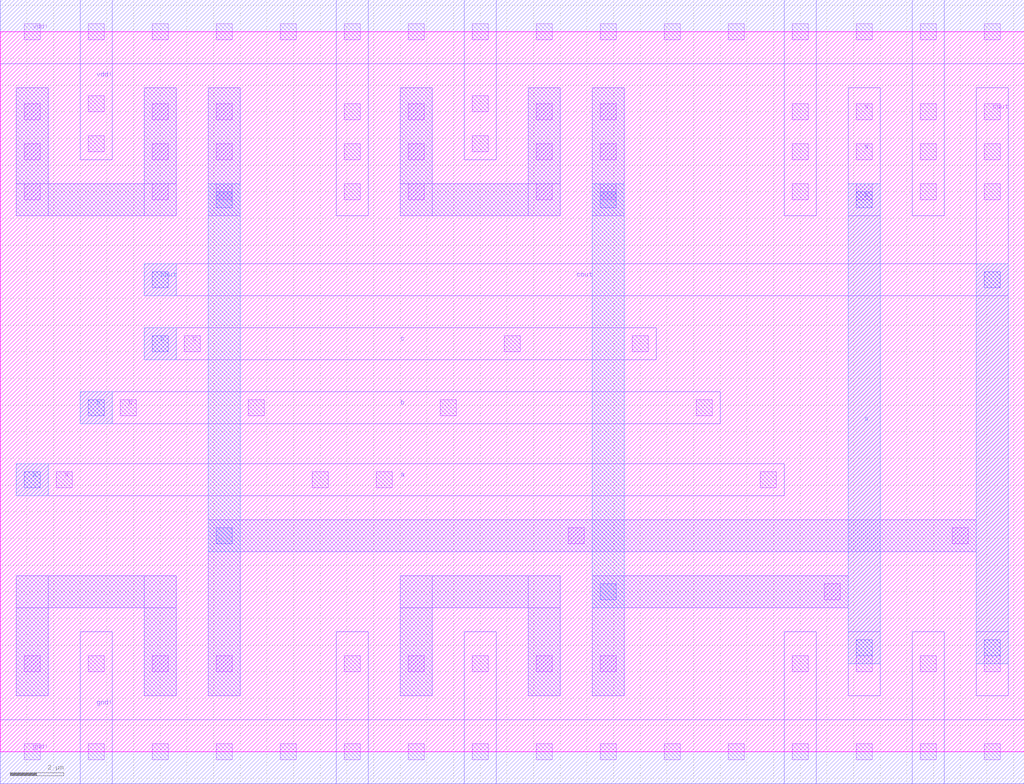
<source format=lef>
#******
# Preview export LEF
#
#	 Preview sub-version 5.10.41_USR5.90.69
#
# REF LIBS: muddlib10 
# TECH LIB NAME: UofU_TechLib_ami06
# TECH FILE NAME: techfile.cds
#
# William Koven
# 19 January 2010
# Contains Tech Header info and Muddlib files
# Abstracts have no errors or warnings (pins are on grid)
# Now includes a fill_1_wide cell
#******

VERSION 5.5 ;
NAMESCASESENSITIVE ON ;
BUSBITCHARS "[]" ;
DIVIDERCHAR "/" ;
UNITS
  DATABASE MICRONS 100 ;
END UNITS

MANUFACTURINGGRID 0.15 ;

LAYER poly
  TYPE	MASTERSLICE ;
END poly

LAYER cc
  TYPE	CUT ;
  SPACING	0.9 ;
END cc

LAYER metal1
  TYPE		ROUTING ;
  DIRECTION	HORIZONTAL ;
  PITCH		3  ;
  WIDTH		0.9 ;
  SPACING	0.9 ;
  OFFSET	1.5 ; 
  RESISTANCE	RPERSQ 0.09 ;
  CAPACITANCE	CPERSQDIST 4.0e-05 ;
  EDGECAPACITANCE 7.5e-05 ;
END metal1

LAYER via
  TYPE	CUT ;
  SPACING	0.9 ;
END via

LAYER metal2
  TYPE		ROUTING ;
  DIRECTION	VERTICAL ;
  PITCH		2.4  ;
  WIDTH		0.9 ;
  SPACING	0.9 ;
  OFFSET	1.2 ;
  RESISTANCE	RPERSQ 0.09 ;
  CAPACITANCE	CPERSQDIST 2.0e-05 ;
  EDGECAPACITANCE 6.0e-05 ;
END metal2

LAYER via2
  TYPE	CUT ;
  SPACING	0.9 ;
END via2

LAYER metal3
  TYPE		ROUTING ;
  DIRECTION	HORIZONTAL ;
  PITCH		3  ;
  WIDTH		1.5 ;
  SPACING	0.9 ;
  OFFSET	1.5 ;
  RESISTANCE	RPERSQ 0.05 ;
  CAPACITANCE	CPERSQDIST 1.5e-05 ;
  EDGECAPACITANCE 4.0e-05 ;
END metal3

SPACING
  SAMENET poly  poly	0.900 ;
  SAMENET metal1  metal1	0.900  STACK ;
  SAMENET metal2  metal2	0.900  STACK ;
  SAMENET metal3  metal3	0.900 ;
  SAMENET cc  via	0.000  STACK ;
  SAMENET via  via	0.900 ;
  SAMENET via  via2	0.000  STACK ;
  SAMENET via2  via2	0.900 ;
END SPACING

VIA M1_POLY DEFAULT
  LAYER poly ;
    RECT -0.600 -0.600 0.600 0.600 ;
  LAYER cc ;
    RECT -0.300 -0.300 0.300 0.300 ;
  LAYER metal1 ;
    RECT -0.600 -0.600 0.600 0.600 ;
  RESISTANCE	17.0 ;
END M1_POLY

VIA M2_M1 DEFAULT
  LAYER metal1 ;
    RECT -0.600 -0.600 0.600 0.600 ;
  LAYER via ;
    RECT -0.300 -0.300 0.300 0.300 ;
  LAYER metal2 ;
    RECT -0.600 -0.600 0.600 0.600 ;
  RESISTANCE	0.90 ;
END M2_M1

VIA M3_M2 DEFAULT
  LAYER metal2 ;
    RECT -0.600 -0.600 0.600 0.600 ;
  LAYER via2 ;
    RECT -0.300 -0.300 0.300 0.300 ;
  LAYER metal3 ;
    RECT -0.900 -0.900 0.900 0.900 ;
  RESISTANCE	0.80 ;
END M3_M2


VIARULE viagen21 GENERATE
  LAYER metal1 ;
    DIRECTION HORIZONTAL ;
    WIDTH 1.2 TO 120 ;
    OVERHANG 0.3 ;
    METALOVERHANG 0 ;
  LAYER metal2 ;
    DIRECTION VERTICAL ;
    WIDTH 1.2 TO 120 ;
    OVERHANG 0.3 ;
    METALOVERHANG 0 ;
  LAYER via ;
    RECT -0.3 -0.3 0.3 0.3 ;
    SPACING 1.5 BY 1.5 ;
END viagen21

VIARULE viagen32 GENERATE
  LAYER metal3 ;
    DIRECTION HORIZONTAL ;
    WIDTH 1.8 TO 180 ;
    OVERHANG 0.6 ;
    METALOVERHANG 0 ;
  LAYER metal2 ;
    DIRECTION VERTICAL ;
    WIDTH 1.2 TO 120 ;
    OVERHANG 0.3 ;
    METALOVERHANG 0 ;
  LAYER via2 ;
    RECT -0.3 -0.3 0.3 0.3 ;
    SPACING 2.1 BY 2.1 ;
END viagen32

VIARULE TURN1 GENERATE
  LAYER metal1 ;
    DIRECTION HORIZONTAL ;
  LAYER metal1 ;
    DIRECTION VERTICAL ;
END TURN1

VIARULE TURN2 GENERATE
  LAYER metal2 ;
    DIRECTION HORIZONTAL ;
  LAYER metal2 ;
    DIRECTION VERTICAL ;
END TURN2

VIARULE TURN3 GENERATE
  LAYER metal3 ;
    DIRECTION HORIZONTAL ;
  LAYER metal3 ;
    DIRECTION VERTICAL ;
END TURN3

SITE  corner
    CLASS	PAD ;
    SYMMETRY	R90 Y ;
    SIZE	300.000 BY 300.000 ;
END  corner

SITE  IO
    CLASS	PAD ;
    SYMMETRY	Y ;
    SIZE	90.000 BY 300.000 ;
END  IO

SITE  dbl_core
    CLASS	CORE ;
    SYMMETRY	Y ;
    SIZE	2.400 BY 54.000 ;
END  dbl_core

SITE  core
    CLASS	CORE ;
    SYMMETRY	Y ;
    SIZE	2.400 BY 27.000 ;
END  core


MACRO or2_1x
    CLASS CORE ;
    FOREIGN or2_1x 0 0 ;
    ORIGIN 0.00 0.00 ;
    SIZE 9.60 BY 27.00 ;
    SYMMETRY X Y ;
    SITE core ;
    PIN a
        DIRECTION INPUT ;
        PORT
        LAYER cc ;
        RECT  5.40 14.40 6.00 15.00 ;
        LAYER via ;
        RECT  5.70 14.40 6.30 15.00 ;
        LAYER metal2 ;
        RECT  5.40 14.10 6.60 15.30 ;
        LAYER metal1 ;
        RECT  5.10 14.10 6.60 15.30 ;
        END
    END a
    PIN b
        DIRECTION INPUT ;
        PORT
        LAYER cc ;
        RECT  8.10 6.90 8.70 7.50 ;
        LAYER via ;
        RECT  8.10 6.90 8.70 7.50 ;
        LAYER metal2 ;
        RECT  7.80 6.60 9.00 7.80 ;
        LAYER metal1 ;
        RECT  7.80 6.60 9.00 7.80 ;
        END
    END b
    PIN y
        DIRECTION OUTPUT ;
        PORT
        LAYER cc ;
        RECT  0.90 2.70 1.50 3.30 ;
        RECT  0.90 22.20 1.50 22.80 ;
        RECT  0.90 24.00 1.50 24.60 ;
        LAYER via ;
        RECT  0.90 11.70 1.50 12.30 ;
        LAYER metal2 ;
        RECT  0.60 11.40 1.80 12.60 ;
        LAYER metal1 ;
        RECT  0.60 2.10 1.80 24.90 ;
        END
    END y
    PIN gnd!
        DIRECTION INOUT ;
        USE GROUND ;
        SHAPE ABUTMENT ;
        PORT
        LAYER cc ;
        RECT  8.10 -0.30 8.70 0.30 ;
        RECT  8.10 2.70 8.70 3.30 ;
        RECT  5.70 -0.30 6.30 0.30 ;
        RECT  3.30 -0.30 3.90 0.30 ;
        RECT  3.30 2.70 3.90 3.30 ;
        RECT  0.90 -0.30 1.50 0.30 ;
        LAYER metal1 ;
        RECT  0.00 -1.20 9.60 1.20 ;
        RECT  7.80 -1.20 9.00 3.90 ;
        RECT  3.00 -1.20 4.20 4.20 ;
        END
    END gnd!
    PIN vdd!
        DIRECTION INOUT ;
        USE POWER ;
        SHAPE ABUTMENT ;
        PORT
        LAYER cc ;
        RECT  8.10 26.70 8.70 27.30 ;
        RECT  5.70 26.70 6.30 27.30 ;
        RECT  3.30 22.20 3.90 22.80 ;
        RECT  3.30 24.00 3.90 24.60 ;
        RECT  3.30 26.70 3.90 27.30 ;
        RECT  0.90 26.70 1.50 27.30 ;
        LAYER metal1 ;
        RECT  0.00 25.80 9.60 28.20 ;
        RECT  3.00 21.90 4.20 28.20 ;
        END
    END vdd!
    OBS
        LAYER cc ;
        RECT  4.20 11.70 4.80 12.30 ;
        RECT  5.70 2.70 6.30 3.30 ;
        RECT  7.20 24.00 7.80 24.60 ;
        RECT  7.20 22.20 7.80 22.80 ;
        LAYER metal1 ;
        RECT  5.40 2.10 6.60 12.60 ;
        RECT  3.90 11.40 9.00 12.60 ;
        RECT  7.80 11.40 9.00 17.40 ;
        RECT  6.90 16.50 8.10 24.90 ;
    END
END or2_1x

MACRO nor3_1x
    CLASS CORE ;
    FOREIGN nor3_1x 0 0 ;
    ORIGIN 0.00 0.00 ;
    SIZE 9.60 BY 27.00 ;
    SYMMETRY X Y ;
    SITE core ;
    PIN a
        DIRECTION INPUT ;
        PORT
        LAYER cc ;
        RECT  1.20 11.70 1.80 12.30 ;
        LAYER via ;
        RECT  1.20 11.70 1.80 12.30 ;
        LAYER metal2 ;
        RECT  0.90 11.40 2.10 12.60 ;
        LAYER metal1 ;
        RECT  0.90 11.40 2.10 12.60 ;
        END
    END a
    PIN b
        DIRECTION INPUT ;
        PORT
        LAYER cc ;
        RECT  3.30 8.70 3.90 9.30 ;
        LAYER via ;
        RECT  3.30 8.70 3.90 9.30 ;
        LAYER metal2 ;
        RECT  3.00 8.40 4.20 9.60 ;
        LAYER metal1 ;
        RECT  3.00 8.40 4.20 9.60 ;
        END
    END b
    PIN c
        DIRECTION INPUT ;
        PORT
        LAYER cc ;
        RECT  5.70 14.70 6.30 15.30 ;
        LAYER via ;
        RECT  5.70 14.70 6.30 15.30 ;
        LAYER metal2 ;
        RECT  5.40 14.40 6.60 15.60 ;
        LAYER metal1 ;
        RECT  5.40 14.40 6.60 15.60 ;
        END
    END c
    PIN y
        DIRECTION OUTPUT ;
        PORT
        LAYER cc ;
        RECT  8.10 2.40 8.70 3.00 ;
        RECT  8.10 3.90 8.70 4.50 ;
        RECT  6.30 19.20 6.90 19.80 ;
        RECT  6.30 20.70 6.90 21.30 ;
        RECT  6.30 22.20 6.90 22.80 ;
        RECT  6.30 23.70 6.90 24.30 ;
        RECT  3.30 2.40 3.90 3.00 ;
        RECT  3.30 3.90 3.90 4.50 ;
        LAYER via ;
        RECT  8.10 5.70 8.70 6.30 ;
        LAYER metal2 ;
        RECT  7.80 5.40 9.00 6.60 ;
        LAYER metal1 ;
        RECT  6.00 18.60 9.00 19.80 ;
        RECT  7.80 2.10 9.00 19.80 ;
        RECT  3.00 5.70 9.00 6.90 ;
        RECT  6.00 18.60 7.20 24.90 ;
        RECT  3.00 2.10 4.20 6.90 ;
        END
    END y
    PIN gnd!
        DIRECTION INOUT ;
        USE GROUND ;
        SHAPE ABUTMENT ;
        PORT
        LAYER cc ;
        RECT  8.10 -0.30 8.70 0.30 ;
        RECT  5.70 -0.30 6.30 0.30 ;
        RECT  5.70 2.40 6.30 3.00 ;
        RECT  5.70 3.90 6.30 4.50 ;
        RECT  3.30 -0.30 3.90 0.30 ;
        RECT  0.90 -0.30 1.50 0.30 ;
        RECT  0.90 2.40 1.50 3.00 ;
        RECT  0.90 3.90 1.50 4.50 ;
        LAYER metal1 ;
        RECT  0.00 -1.20 9.60 1.20 ;
        RECT  5.40 -1.20 6.60 4.80 ;
        RECT  0.60 -1.20 1.80 4.80 ;
        END
    END gnd!
    PIN vdd!
        DIRECTION INOUT ;
        USE POWER ;
        SHAPE ABUTMENT ;
        PORT
        LAYER cc ;
        RECT  8.10 26.70 8.70 27.30 ;
        RECT  5.70 26.70 6.30 27.30 ;
        RECT  3.30 26.70 3.90 27.30 ;
        RECT  0.90 19.20 1.50 19.80 ;
        RECT  0.90 20.70 1.50 21.30 ;
        RECT  0.90 22.20 1.50 22.80 ;
        RECT  0.90 23.70 1.50 24.30 ;
        RECT  0.90 26.70 1.50 27.30 ;
        LAYER metal1 ;
        RECT  0.00 25.80 9.60 28.20 ;
        RECT  0.60 18.60 1.80 28.20 ;
        END
    END vdd!
END nor3_1x

MACRO nor2_1x
    CLASS CORE ;
    FOREIGN nor2_1x 0 0 ;
    ORIGIN 0.00 0.00 ;
    SIZE 7.20 BY 27.00 ;
    SYMMETRY X Y ;
    SITE core ;
    PIN b
        DIRECTION INPUT ;
        PORT
        LAYER cc ;
        RECT  5.70 8.70 6.30 9.30 ;
        LAYER via ;
        RECT  5.70 8.70 6.30 9.30 ;
        LAYER metal2 ;
        RECT  5.40 8.40 6.60 9.60 ;
        LAYER metal1 ;
        RECT  5.40 8.40 6.60 9.60 ;
        END
    END b
    PIN y
        DIRECTION OUTPUT ;
        PORT
        LAYER cc ;
        RECT  4.80 20.70 5.40 21.30 ;
        RECT  4.80 22.20 5.40 22.80 ;
        RECT  4.80 23.70 5.40 24.30 ;
        RECT  3.30 3.00 3.90 3.60 ;
        LAYER via ;
        RECT  3.30 11.70 3.90 12.30 ;
        LAYER metal2 ;
        RECT  3.00 11.40 4.20 12.60 ;
        LAYER metal1 ;
        RECT  4.50 11.40 5.70 24.90 ;
        RECT  3.00 11.40 5.70 12.60 ;
        RECT  3.00 2.10 4.20 12.60 ;
        END
    END y
    PIN a
        DIRECTION INPUT ;
        PORT
        LAYER cc ;
        RECT  0.90 14.70 1.50 15.30 ;
        LAYER via ;
        RECT  0.90 14.70 1.50 15.30 ;
        LAYER metal2 ;
        RECT  0.60 14.40 1.80 15.60 ;
        LAYER metal1 ;
        RECT  0.60 14.40 1.80 15.60 ;
        END
    END a
    PIN gnd!
        DIRECTION INOUT ;
        USE GROUND ;
        SHAPE ABUTMENT ;
        PORT
        LAYER cc ;
        RECT  5.70 -0.30 6.30 0.30 ;
        RECT  5.70 3.00 6.30 3.60 ;
        RECT  3.30 -0.30 3.90 0.30 ;
        RECT  0.90 -0.30 1.50 0.30 ;
        RECT  0.90 3.00 1.50 3.60 ;
        LAYER metal1 ;
        RECT  0.00 -1.20 7.20 1.20 ;
        RECT  5.40 -1.20 6.60 4.50 ;
        RECT  0.60 -1.20 1.80 4.50 ;
        END
    END gnd!
    PIN vdd!
        DIRECTION INOUT ;
        USE POWER ;
        SHAPE ABUTMENT ;
        PORT
        LAYER cc ;
        RECT  5.70 26.70 6.30 27.30 ;
        RECT  3.30 26.70 3.90 27.30 ;
        RECT  0.90 20.70 1.50 21.30 ;
        RECT  0.90 22.20 1.50 22.80 ;
        RECT  0.90 23.70 1.50 24.30 ;
        RECT  0.90 26.70 1.50 27.30 ;
        LAYER metal1 ;
        RECT  0.00 25.80 7.20 28.20 ;
        RECT  0.60 20.10 1.80 28.20 ;
        END
    END vdd!
END nor2_1x

MACRO nand3_1x
    CLASS CORE ;
    FOREIGN nand3_1x 0 0 ;
    ORIGIN 0.00 0.00 ;
    SIZE 9.60 BY 27.00 ;
    SYMMETRY X Y ;
    SITE core ;
    PIN a
        DIRECTION INPUT ;
        PORT
        LAYER cc ;
        RECT  0.90 14.70 1.50 15.30 ;
        LAYER via ;
        RECT  0.90 14.70 1.50 15.30 ;
        LAYER metal2 ;
        RECT  0.60 14.40 1.80 15.60 ;
        LAYER metal1 ;
        RECT  0.60 14.40 1.80 15.60 ;
        END
    END a
    PIN b
        DIRECTION INPUT ;
        PORT
        LAYER cc ;
        RECT  3.30 14.70 3.90 15.30 ;
        LAYER via ;
        RECT  3.30 14.70 3.90 15.30 ;
        LAYER metal2 ;
        RECT  3.00 14.40 4.20 15.60 ;
        LAYER metal1 ;
        RECT  3.00 14.40 4.20 15.60 ;
        END
    END b
    PIN c
        DIRECTION INPUT ;
        PORT
        LAYER cc ;
        RECT  5.70 14.70 6.30 15.30 ;
        LAYER via ;
        RECT  5.70 14.70 6.30 15.30 ;
        LAYER metal2 ;
        RECT  5.40 14.40 6.60 15.60 ;
        LAYER metal1 ;
        RECT  5.40 14.40 6.60 15.60 ;
        END
    END c
    PIN y
        DIRECTION OUTPUT ;
        PORT
        LAYER cc ;
        RECT  8.10 21.90 8.70 22.50 ;
        RECT  8.10 23.40 8.70 24.00 ;
        RECT  6.30 2.70 6.90 3.30 ;
        RECT  6.30 4.20 6.90 4.80 ;
        RECT  6.30 5.70 6.90 6.30 ;
        RECT  3.30 21.90 3.90 22.50 ;
        RECT  3.30 23.40 3.90 24.00 ;
        LAYER via ;
        RECT  8.10 14.70 8.70 15.30 ;
        LAYER metal2 ;
        RECT  7.80 14.40 9.00 15.60 ;
        LAYER metal1 ;
        RECT  7.80 5.70 9.00 24.90 ;
        RECT  3.00 19.20 9.00 20.10 ;
        RECT  6.00 5.70 9.00 6.90 ;
        RECT  6.00 2.10 7.20 6.90 ;
        RECT  3.00 19.20 4.20 24.90 ;
        END
    END y
    PIN gnd!
        DIRECTION INOUT ;
        USE GROUND ;
        SHAPE ABUTMENT ;
        PORT
        LAYER cc ;
        RECT  8.10 -0.30 8.70 0.30 ;
        RECT  5.70 -0.30 6.30 0.30 ;
        RECT  3.30 -0.30 3.90 0.30 ;
        RECT  0.90 -0.30 1.50 0.30 ;
        RECT  0.90 2.70 1.50 3.30 ;
        RECT  0.90 4.20 1.50 4.80 ;
        RECT  0.90 5.70 1.50 6.30 ;
        LAYER metal1 ;
        RECT  0.00 -1.20 9.60 1.20 ;
        RECT  0.60 -1.20 1.80 6.90 ;
        END
    END gnd!
    PIN vdd!
        DIRECTION INOUT ;
        USE POWER ;
        SHAPE ABUTMENT ;
        PORT
        LAYER cc ;
        RECT  8.10 26.70 8.70 27.30 ;
        RECT  5.70 21.90 6.30 22.50 ;
        RECT  5.70 23.40 6.30 24.00 ;
        RECT  5.70 26.70 6.30 27.30 ;
        RECT  3.30 26.70 3.90 27.30 ;
        RECT  0.90 21.90 1.50 22.50 ;
        RECT  0.90 23.40 1.50 24.00 ;
        RECT  0.90 26.70 1.50 27.30 ;
        LAYER metal1 ;
        RECT  0.00 25.80 9.60 28.20 ;
        RECT  5.40 21.00 6.60 28.20 ;
        RECT  0.60 21.00 1.80 28.20 ;
        END
    END vdd!
END nand3_1x

MACRO nand2_1x
    CLASS CORE ;
    FOREIGN nand2_1x 0 0 ;
    ORIGIN 0.00 0.00 ;
    SIZE 7.20 BY 27.00 ;
    SYMMETRY X Y ;
    SITE core ;
    PIN b
        DIRECTION INPUT ;
        PORT
        LAYER cc ;
        RECT  5.70 14.70 6.30 15.30 ;
        LAYER via ;
        RECT  5.70 14.70 6.30 15.30 ;
        LAYER metal2 ;
        RECT  5.40 14.40 6.60 15.60 ;
        LAYER metal1 ;
        RECT  5.40 14.40 6.60 15.60 ;
        END
    END b
    PIN y
        DIRECTION OUTPUT ;
        PORT
        LAYER cc ;
        RECT  4.80 2.70 5.40 3.30 ;
        RECT  4.80 4.80 5.40 5.40 ;
        RECT  3.30 21.90 3.90 22.50 ;
        RECT  3.30 23.70 3.90 24.30 ;
        LAYER via ;
        RECT  3.30 11.70 3.90 12.30 ;
        LAYER metal2 ;
        RECT  3.00 11.40 4.20 12.60 ;
        LAYER metal1 ;
        RECT  3.00 11.40 5.70 12.60 ;
        RECT  4.50 2.10 5.70 12.60 ;
        RECT  3.00 11.40 4.20 24.90 ;
        END
    END y
    PIN a
        DIRECTION INPUT ;
        PORT
        LAYER cc ;
        RECT  0.90 8.70 1.50 9.30 ;
        LAYER via ;
        RECT  0.90 8.70 1.50 9.30 ;
        LAYER metal2 ;
        RECT  0.60 8.40 1.80 9.60 ;
        LAYER metal1 ;
        RECT  0.60 8.40 1.80 9.60 ;
        END
    END a
    PIN gnd!
        DIRECTION INOUT ;
        USE GROUND ;
        SHAPE ABUTMENT ;
        PORT
        LAYER cc ;
        RECT  5.70 -0.30 6.30 0.30 ;
        RECT  3.30 -0.30 3.90 0.30 ;
        RECT  0.90 -0.30 1.50 0.30 ;
        RECT  0.90 2.70 1.50 3.30 ;
        RECT  0.90 4.80 1.50 5.40 ;
        LAYER metal1 ;
        RECT  0.00 -1.20 7.20 1.20 ;
        RECT  0.60 -1.20 1.80 5.70 ;
        END
    END gnd!
    PIN vdd!
        DIRECTION INOUT ;
        USE POWER ;
        SHAPE ABUTMENT ;
        PORT
        LAYER cc ;
        RECT  5.70 21.90 6.30 22.50 ;
        RECT  5.70 23.70 6.30 24.30 ;
        RECT  5.70 26.70 6.30 27.30 ;
        RECT  3.30 26.70 3.90 27.30 ;
        RECT  0.90 21.90 1.50 22.50 ;
        RECT  0.90 23.70 1.50 24.30 ;
        RECT  0.90 26.70 1.50 27.30 ;
        LAYER metal1 ;
        RECT  0.00 25.80 7.20 28.20 ;
        RECT  5.40 21.30 6.60 28.20 ;
        RECT  0.60 21.30 1.80 28.20 ;
        END
    END vdd!
END nand2_1x

MACRO mux2_c_1x
    CLASS CORE ;
    FOREIGN mux2_c_1x 8.4 0 ;
    ORIGIN -8.40 0.00 ;
    SIZE 16.80 BY 27.00 ;
    SYMMETRY X Y ;
    SITE core ;
    PIN y
        DIRECTION OUTPUT ;
        PORT
        LAYER cc ;
        RECT  23.40 2.70 24.00 3.30 ;
        RECT  23.40 22.20 24.00 22.80 ;
        RECT  23.40 24.00 24.00 24.60 ;
        LAYER via ;
        RECT  23.70 11.70 24.30 12.30 ;
        LAYER metal2 ;
        RECT  23.40 11.40 24.60 12.60 ;
        LAYER metal1 ;
        RECT  23.40 8.10 24.60 15.00 ;
        RECT  23.10 13.80 24.30 24.90 ;
        RECT  23.10 2.10 24.30 9.30 ;
        END
    END y
    PIN d1
        DIRECTION INPUT ;
        PORT
        LAYER cc ;
        RECT  11.70 14.10 12.30 14.70 ;
        LAYER via ;
        RECT  11.70 14.10 12.30 14.70 ;
        LAYER metal2 ;
        RECT  11.40 13.80 12.60 15.00 ;
        LAYER metal1 ;
        RECT  11.40 13.80 12.60 15.00 ;
        END
    END d1
    PIN s
        DIRECTION INPUT ;
        PORT
        LAYER cc ;
        RECT  17.10 15.00 17.70 15.60 ;
        RECT  9.60 16.50 10.20 17.10 ;
        LAYER via ;
        RECT  18.90 16.50 19.50 17.10 ;
        LAYER metal2 ;
        RECT  18.60 16.20 19.80 17.40 ;
        LAYER metal1 ;
        RECT  9.30 16.20 19.80 17.40 ;
        RECT  16.80 14.70 18.00 17.40 ;
        END
    END s
    PIN d0
        DIRECTION INPUT ;
        PORT
        LAYER cc ;
        RECT  19.50 13.50 20.10 14.10 ;
        LAYER via ;
        RECT  21.30 13.50 21.90 14.10 ;
        LAYER metal2 ;
        RECT  21.00 13.20 22.20 14.40 ;
        LAYER metal1 ;
        RECT  19.20 13.20 22.20 14.40 ;
        END
    END d0
    PIN gnd!
        DIRECTION OUTPUT ;
        USE GROUND ;
        SHAPE ABUTMENT ;
        PORT
        LAYER cc ;
        RECT  23.70 -0.30 24.30 0.30 ;
        RECT  21.30 -0.30 21.90 0.30 ;
        RECT  21.00 2.70 21.60 3.30 ;
        RECT  18.90 -0.30 19.50 0.30 ;
        RECT  16.50 -0.30 17.10 0.30 ;
        RECT  14.10 -0.30 14.70 0.30 ;
        RECT  13.20 2.70 13.80 3.30 ;
        RECT  11.70 -0.30 12.30 0.30 ;
        RECT  9.30 -0.30 9.90 0.30 ;
        LAYER metal1 ;
        RECT  8.40 -1.20 25.20 1.20 ;
        RECT  20.70 -1.20 21.90 4.20 ;
        RECT  12.90 -1.20 14.10 3.90 ;
        END
    END gnd!
    PIN vdd!
        DIRECTION OUTPUT ;
        USE POWER ;
        SHAPE ABUTMENT ;
        PORT
        LAYER cc ;
        RECT  23.70 26.70 24.30 27.30 ;
        RECT  21.30 26.70 21.90 27.30 ;
        RECT  21.00 22.20 21.60 22.80 ;
        RECT  21.00 24.00 21.60 24.60 ;
        RECT  18.90 26.70 19.50 27.30 ;
        RECT  16.50 26.70 17.10 27.30 ;
        RECT  14.10 26.70 14.70 27.30 ;
        RECT  13.20 22.50 13.80 23.10 ;
        RECT  13.20 24.00 13.80 24.60 ;
        RECT  11.70 26.70 12.30 27.30 ;
        RECT  9.30 26.70 9.90 27.30 ;
        LAYER metal1 ;
        RECT  8.40 25.80 25.20 28.20 ;
        RECT  20.70 21.90 21.90 28.20 ;
        RECT  12.90 22.20 14.10 28.20 ;
        END
    END vdd!
    OBS
        LAYER cc ;
        RECT  10.80 24.00 11.40 24.60 ;
        RECT  10.80 22.50 11.40 23.10 ;
        RECT  10.80 2.70 11.40 3.30 ;
        RECT  14.10 14.10 14.70 14.70 ;
        RECT  17.10 24.00 17.70 24.60 ;
        RECT  17.10 22.50 17.70 23.10 ;
        RECT  17.10 2.70 17.70 3.30 ;
        RECT  18.00 6.90 18.60 7.50 ;
        RECT  21.60 10.80 22.20 11.40 ;
        LAYER metal1 ;
        RECT  9.00 22.20 11.70 23.40 ;
        RECT  10.50 22.20 11.70 24.90 ;
        RECT  9.00 2.40 11.70 3.60 ;
        RECT  10.50 2.10 11.70 3.90 ;
        RECT  16.20 19.50 18.00 20.70 ;
        RECT  16.80 19.50 18.00 24.90 ;
        RECT  16.80 2.10 18.00 5.70 ;
        RECT  16.20 4.50 18.00 5.70 ;
        RECT  13.80 6.60 18.90 7.80 ;
        RECT  9.00 9.30 15.00 10.50 ;
        RECT  13.80 6.60 15.00 15.00 ;
        RECT  16.20 9.30 21.90 10.50 ;
        RECT  20.70 10.50 22.50 11.70 ;
        LAYER via ;
        RECT  9.30 22.50 9.90 23.10 ;
        RECT  9.30 9.60 9.90 10.20 ;
        RECT  9.30 2.70 9.90 3.30 ;
        RECT  16.50 19.80 17.10 20.40 ;
        RECT  16.50 9.60 17.10 10.20 ;
        RECT  16.50 4.80 17.10 5.40 ;
        LAYER metal2 ;
        RECT  9.00 2.40 10.20 23.40 ;
        RECT  16.20 4.50 17.40 20.70 ;
    END
END mux2_c_1x

MACRO latch_c_1x
    CLASS CORE ;
    FOREIGN latch_c_1x -3 0 ;
    ORIGIN 3.00 0.00 ;
    SIZE 26.40 BY 27.00 ;
    SYMMETRY X Y ;
    SITE core ;
    PIN d
        DIRECTION INPUT ;
        PORT
        LAYER cc ;
        RECT  1.20 11.70 1.80 12.30 ;
        LAYER via ;
        RECT  0.30 11.70 0.90 12.30 ;
        LAYER metal2 ;
        RECT  0.00 11.40 1.20 12.60 ;
        LAYER metal1 ;
        RECT  0.00 11.40 2.10 12.60 ;
        END
    END d
    PIN ph
        DIRECTION INPUT ;
        USE CLOCK ;
        PORT
        LAYER cc ;
        RECT  18.60 14.70 19.20 15.30 ;
        LAYER via ;
        RECT  19.50 14.70 20.10 15.30 ;
        LAYER metal2 ;
        RECT  19.20 14.40 20.40 15.60 ;
        LAYER metal1 ;
        RECT  18.30 14.40 20.40 15.60 ;
        END
    END ph
    PIN q
        DIRECTION OUTPUT ;
        PORT
        LAYER cc ;
        RECT  -2.10 3.00 -1.50 3.60 ;
        RECT  -2.10 22.20 -1.50 22.80 ;
        RECT  -2.10 24.00 -1.50 24.60 ;
        LAYER via ;
        RECT  -2.10 3.00 -1.50 3.60 ;
        RECT  -2.10 22.20 -1.50 22.80 ;
        RECT  -2.10 24.00 -1.50 24.60 ;
        LAYER metal2 ;
        RECT  -2.40 2.10 -1.20 24.90 ;
        LAYER metal1 ;
        RECT  -2.40 2.10 -1.20 4.20 ;
        RECT  -2.40 21.90 -1.20 24.90 ;
        END
    END q
    PIN vdd!
        DIRECTION OUTPUT ;
        USE POWER ;
        SHAPE ABUTMENT ;
        PORT
        LAYER cc ;
        RECT  21.90 26.70 22.50 27.30 ;
        RECT  19.50 22.20 20.10 22.80 ;
        RECT  19.50 24.00 20.10 24.60 ;
        RECT  19.50 26.70 20.10 27.30 ;
        RECT  17.10 26.70 17.70 27.30 ;
        RECT  14.70 26.70 15.30 27.30 ;
        RECT  12.30 26.70 12.90 27.30 ;
        RECT  10.50 22.50 11.10 23.10 ;
        RECT  10.50 24.00 11.10 24.60 ;
        RECT  9.90 26.70 10.50 27.30 ;
        RECT  7.50 26.70 8.10 27.30 ;
        RECT  5.10 26.70 5.70 27.30 ;
        RECT  2.70 26.70 3.30 27.30 ;
        RECT  0.30 22.20 0.90 22.80 ;
        RECT  0.30 24.00 0.90 24.60 ;
        RECT  0.30 26.70 0.90 27.30 ;
        RECT  -2.10 26.70 -1.50 27.30 ;
        LAYER metal1 ;
        RECT  -3.00 25.80 23.40 28.20 ;
        RECT  19.20 21.90 20.40 28.20 ;
        RECT  10.20 22.20 11.40 28.20 ;
        RECT  0.00 21.90 1.20 28.20 ;
        END
    END vdd!
    PIN gnd!
        DIRECTION OUTPUT ;
        USE GROUND ;
        SHAPE ABUTMENT ;
        PORT
        LAYER cc ;
        RECT  21.90 -0.30 22.50 0.30 ;
        RECT  19.50 -0.30 20.10 0.30 ;
        RECT  19.50 3.00 20.10 3.60 ;
        RECT  17.10 -0.30 17.70 0.30 ;
        RECT  14.70 -0.30 15.30 0.30 ;
        RECT  12.30 -0.30 12.90 0.30 ;
        RECT  10.50 2.70 11.10 3.30 ;
        RECT  9.90 -0.30 10.50 0.30 ;
        RECT  7.50 -0.30 8.10 0.30 ;
        RECT  5.10 -0.30 5.70 0.30 ;
        RECT  2.70 -0.30 3.30 0.30 ;
        RECT  0.30 -0.30 0.90 0.30 ;
        RECT  0.30 3.00 0.90 3.60 ;
        RECT  -2.10 -0.30 -1.50 0.30 ;
        LAYER metal1 ;
        RECT  -3.00 -1.20 23.40 1.20 ;
        RECT  19.20 -1.20 20.40 4.20 ;
        RECT  10.20 -1.20 11.40 3.90 ;
        RECT  0.00 -1.20 1.20 4.20 ;
        END
    END gnd!
    OBS
        LAYER cc ;
        RECT  -0.60 15.00 0.00 15.60 ;
        RECT  2.70 24.00 3.30 24.60 ;
        RECT  2.70 22.20 3.30 22.80 ;
        RECT  2.70 2.40 3.30 3.00 ;
        RECT  4.20 24.00 4.80 24.60 ;
        RECT  4.20 2.40 4.80 3.00 ;
        RECT  5.70 19.80 6.30 20.40 ;
        RECT  5.70 7.20 6.30 7.80 ;
        RECT  6.60 24.00 7.20 24.60 ;
        RECT  6.60 2.70 7.20 3.30 ;
        RECT  7.20 17.40 7.80 18.00 ;
        RECT  7.20 9.60 7.80 10.20 ;
        RECT  9.60 12.00 10.20 12.60 ;
        RECT  12.60 15.00 13.20 15.60 ;
        RECT  12.90 24.00 13.50 24.60 ;
        RECT  12.90 22.50 13.50 23.10 ;
        RECT  12.90 2.70 13.50 3.30 ;
        RECT  17.10 24.00 17.70 24.60 ;
        RECT  17.10 22.20 17.70 22.80 ;
        RECT  17.10 3.00 17.70 3.60 ;
        RECT  20.40 12.00 21.00 12.60 ;
        RECT  21.90 24.00 22.50 24.60 ;
        RECT  21.90 22.20 22.50 22.80 ;
        RECT  21.90 3.00 22.50 3.60 ;
        LAYER metal1 ;
        RECT  2.40 21.90 5.10 24.90 ;
        RECT  2.40 2.10 5.10 3.90 ;
        RECT  6.30 21.90 8.40 23.10 ;
        RECT  6.30 21.90 7.50 24.90 ;
        RECT  6.30 2.10 7.50 5.70 ;
        RECT  6.30 4.50 8.40 5.70 ;
        RECT  -0.90 14.70 13.50 15.90 ;
        RECT  12.60 21.90 15.60 23.10 ;
        RECT  12.60 21.90 13.80 24.90 ;
        RECT  9.30 11.70 15.60 12.90 ;
        RECT  12.60 2.10 13.80 5.70 ;
        RECT  12.60 4.50 15.60 5.70 ;
        RECT  16.80 21.90 18.00 24.90 ;
        RECT  5.40 19.50 18.00 20.70 ;
        RECT  6.90 9.30 18.00 10.50 ;
        RECT  16.80 2.10 18.00 4.20 ;
        RECT  16.80 11.70 21.30 12.90 ;
        RECT  21.60 21.90 22.80 24.90 ;
        RECT  6.90 17.10 22.80 18.30 ;
        RECT  5.40 6.90 22.80 8.10 ;
        RECT  21.60 2.10 22.80 4.20 ;
        LAYER via ;
        RECT  2.70 24.00 3.30 24.60 ;
        RECT  2.70 22.20 3.30 22.80 ;
        RECT  2.70 2.40 3.30 3.00 ;
        RECT  7.50 22.20 8.10 22.80 ;
        RECT  7.50 15.00 8.10 15.60 ;
        RECT  7.50 4.80 8.10 5.40 ;
        RECT  14.70 22.20 15.30 22.80 ;
        RECT  14.70 12.00 15.30 12.60 ;
        RECT  14.70 4.80 15.30 5.40 ;
        RECT  17.10 24.00 17.70 24.60 ;
        RECT  17.10 22.20 17.70 22.80 ;
        RECT  17.10 19.80 17.70 20.40 ;
        RECT  17.10 12.00 17.70 12.60 ;
        RECT  17.10 9.60 17.70 10.20 ;
        RECT  17.10 3.00 17.70 3.60 ;
        RECT  21.90 24.00 22.50 24.60 ;
        RECT  21.90 22.20 22.50 22.80 ;
        RECT  21.90 17.40 22.50 18.00 ;
        RECT  21.90 7.20 22.50 7.80 ;
        RECT  21.90 3.00 22.50 3.60 ;
        LAYER metal2 ;
        RECT  2.40 2.10 3.60 24.90 ;
        RECT  7.20 4.50 8.40 23.10 ;
        RECT  14.40 4.50 15.60 23.10 ;
        RECT  16.80 2.10 18.00 24.90 ;
        RECT  21.60 2.10 22.80 24.90 ;
    END
END latch_c_1x

MACRO inv_4x
    CLASS CORE ;
    FOREIGN inv_4x 0 0 ;
    ORIGIN 0.00 0.00 ;
    SIZE 4.80 BY 27.00 ;
    SYMMETRY X Y ;
    SITE core ;
    PIN a
        DIRECTION INPUT ;
        PORT
        LAYER cc ;
        RECT  0.90 11.70 1.50 12.30 ;
        LAYER via ;
        RECT  0.90 11.70 1.50 12.30 ;
        LAYER metal2 ;
        RECT  0.60 11.40 2.10 12.60 ;
        LAYER metal1 ;
        RECT  0.60 11.40 1.80 12.60 ;
        END
    END a
    PIN y
        DIRECTION OUTPUT ;
        PORT
        LAYER cc ;
        RECT  3.30 2.70 3.90 3.30 ;
        RECT  3.30 4.20 3.90 4.80 ;
        RECT  3.30 5.70 3.90 6.30 ;
        RECT  3.30 7.20 3.90 7.80 ;
        RECT  3.30 8.70 3.90 9.30 ;
        RECT  3.30 14.70 3.90 15.30 ;
        RECT  3.30 16.20 3.90 16.80 ;
        RECT  3.30 17.70 3.90 18.30 ;
        RECT  3.30 19.20 3.90 19.80 ;
        RECT  3.30 20.70 3.90 21.30 ;
        RECT  3.30 22.20 3.90 22.80 ;
        RECT  3.30 23.70 3.90 24.30 ;
        LAYER via ;
        RECT  3.30 11.70 3.90 12.30 ;
        LAYER metal2 ;
        RECT  3.00 11.40 4.20 12.60 ;
        LAYER metal1 ;
        RECT  3.00 2.10 4.20 24.90 ;
        END
    END y
    PIN gnd!
        DIRECTION INOUT ;
        USE GROUND ;
        SHAPE ABUTMENT ;
        PORT
        LAYER cc ;
        RECT  3.30 -0.30 3.90 0.30 ;
        RECT  0.90 -0.30 1.50 0.30 ;
        RECT  0.90 2.70 1.50 3.30 ;
        RECT  0.90 4.20 1.50 4.80 ;
        RECT  0.90 5.70 1.50 6.30 ;
        RECT  0.90 7.20 1.50 7.80 ;
        RECT  0.90 8.70 1.50 9.30 ;
        LAYER metal1 ;
        RECT  0.00 -1.20 4.80 1.20 ;
        RECT  0.60 -1.20 1.80 10.20 ;
        END
    END gnd!
    PIN vdd!
        DIRECTION INOUT ;
        USE POWER ;
        SHAPE ABUTMENT ;
        PORT
        LAYER cc ;
        RECT  3.30 26.70 3.90 27.30 ;
        RECT  0.90 14.70 1.50 15.30 ;
        RECT  0.90 16.20 1.50 16.80 ;
        RECT  0.90 17.70 1.50 18.30 ;
        RECT  0.90 19.20 1.50 19.80 ;
        RECT  0.90 20.70 1.50 21.30 ;
        RECT  0.90 22.20 1.50 22.80 ;
        RECT  0.90 23.70 1.50 24.30 ;
        RECT  0.90 26.70 1.50 27.30 ;
        LAYER metal1 ;
        RECT  0.00 25.80 4.80 28.20 ;
        RECT  0.60 13.80 1.80 28.20 ;
        END
    END vdd!
END inv_4x

MACRO inv_1x
    CLASS CORE ;
    FOREIGN inv_1x 0 0 ;
    ORIGIN 0.00 0.00 ;
    SIZE 4.80 BY 27.00 ;
    SYMMETRY X Y ;
    SITE core ;
    PIN a
        DIRECTION INPUT ;
        PORT
        LAYER cc ;
        RECT  0.90 11.70 1.50 12.30 ;
        LAYER via ;
        RECT  0.90 11.70 1.50 12.30 ;
        LAYER metal2 ;
        RECT  0.60 11.40 2.10 12.60 ;
        LAYER metal1 ;
        RECT  0.60 11.40 1.80 12.60 ;
        END
    END a
    PIN y
        DIRECTION OUTPUT ;
        PORT
        LAYER cc ;
        RECT  3.30 2.70 3.90 3.30 ;
        RECT  3.30 22.20 3.90 22.80 ;
        RECT  3.30 24.00 3.90 24.60 ;
        LAYER via ;
        RECT  3.30 11.70 3.90 12.30 ;
        LAYER metal2 ;
        RECT  3.00 11.40 4.20 12.60 ;
        LAYER metal1 ;
        RECT  3.00 2.10 4.20 24.90 ;
        END
    END y
    PIN gnd!
        DIRECTION INOUT ;
        USE GROUND ;
        SHAPE ABUTMENT ;
        PORT
        LAYER cc ;
        RECT  3.30 -0.30 3.90 0.30 ;
        RECT  0.90 -0.30 1.50 0.30 ;
        RECT  0.90 2.70 1.50 3.30 ;
        LAYER metal1 ;
        RECT  0.00 -1.20 4.80 1.20 ;
        RECT  0.60 -1.20 1.80 4.20 ;
        END
    END gnd!
    PIN vdd!
        DIRECTION INOUT ;
        USE POWER ;
        SHAPE ABUTMENT ;
        PORT
        LAYER cc ;
        RECT  3.30 26.70 3.90 27.30 ;
        RECT  0.90 22.20 1.50 22.80 ;
        RECT  0.90 24.00 1.50 24.60 ;
        RECT  0.90 26.70 1.50 27.30 ;
        LAYER metal1 ;
        RECT  0.00 25.80 4.80 28.20 ;
        RECT  0.60 21.90 1.80 28.20 ;
        END
    END vdd!
END inv_1x

MACRO fulladder
    CLASS CORE ;
    FOREIGN fulladder 0 0 ;
    ORIGIN 0.00 0.00 ;
    SIZE 38.40 BY 27.00 ;
    SYMMETRY X Y ;
    SITE core ;
    PIN a
        DIRECTION INPUT ;
        PORT
        LAYER cc ;
        RECT  28.50 9.90 29.10 10.50 ;
        RECT  14.10 9.90 14.70 10.50 ;
        RECT  11.70 9.90 12.30 10.50 ;
        RECT  2.10 9.90 2.70 10.50 ;
        LAYER via ;
        RECT  0.90 9.90 1.50 10.50 ;
        LAYER metal2 ;
        RECT  0.60 9.60 1.80 10.80 ;
        LAYER metal1 ;
        RECT  0.60 9.60 29.40 10.80 ;
        END
    END a
    PIN b
        DIRECTION INPUT ;
        PORT
        LAYER cc ;
        RECT  26.10 12.60 26.70 13.20 ;
        RECT  16.50 12.60 17.10 13.20 ;
        RECT  9.30 12.60 9.90 13.20 ;
        RECT  4.50 12.60 5.10 13.20 ;
        LAYER via ;
        RECT  3.30 12.60 3.90 13.20 ;
        LAYER metal2 ;
        RECT  3.00 12.30 4.20 13.50 ;
        LAYER metal1 ;
        RECT  3.00 12.30 27.00 13.50 ;
        END
    END b
    PIN c
        DIRECTION INPUT ;
        PORT
        LAYER cc ;
        RECT  23.70 15.00 24.30 15.60 ;
        RECT  18.90 15.00 19.50 15.60 ;
        RECT  6.90 15.00 7.50 15.60 ;
        LAYER via ;
        RECT  5.70 15.00 6.30 15.60 ;
        LAYER metal2 ;
        RECT  5.40 14.70 6.60 15.90 ;
        LAYER metal1 ;
        RECT  5.40 14.70 24.60 15.90 ;
        END
    END c
    PIN cout
        DIRECTION OUTPUT ;
        PORT
        LAYER cc ;
        RECT  36.90 3.00 37.50 3.60 ;
        RECT  36.90 20.70 37.50 21.30 ;
        RECT  36.90 22.20 37.50 22.80 ;
        RECT  36.90 23.70 37.50 24.30 ;
        LAYER via ;
        RECT  36.90 3.60 37.50 4.20 ;
        RECT  36.90 17.40 37.50 18.00 ;
        RECT  5.70 17.40 6.30 18.00 ;
        LAYER metal2 ;
        RECT  36.60 3.30 37.80 18.30 ;
        RECT  5.40 17.10 6.60 18.30 ;
        LAYER metal1 ;
        RECT  36.60 2.10 37.80 4.50 ;
        RECT  36.60 17.10 37.80 24.90 ;
        RECT  5.40 17.10 37.80 18.30 ;
        END
    END cout
    PIN s
        DIRECTION OUTPUT ;
        PORT
        LAYER cc ;
        RECT  32.10 3.00 32.70 3.60 ;
        RECT  32.10 20.70 32.70 21.30 ;
        RECT  32.10 22.20 32.70 22.80 ;
        RECT  32.10 23.70 32.70 24.30 ;
        LAYER via ;
        RECT  32.10 3.60 32.70 4.20 ;
        RECT  32.10 20.40 32.70 21.00 ;
        LAYER metal2 ;
        RECT  31.80 3.30 33.00 21.30 ;
        LAYER metal1 ;
        RECT  31.80 2.10 33.00 4.50 ;
        RECT  31.80 20.10 33.00 24.90 ;
        END
    END s
    PIN vdd!
        DIRECTION OUTPUT ;
        USE POWER ;
        SHAPE ABUTMENT ;
        PORT
        LAYER cc ;
        RECT  36.90 26.70 37.50 27.30 ;
        RECT  34.50 20.70 35.10 21.30 ;
        RECT  34.50 22.20 35.10 22.80 ;
        RECT  34.50 23.70 35.10 24.30 ;
        RECT  34.50 26.70 35.10 27.30 ;
        RECT  32.10 26.70 32.70 27.30 ;
        RECT  29.70 20.70 30.30 21.30 ;
        RECT  29.70 22.20 30.30 22.80 ;
        RECT  29.70 23.70 30.30 24.30 ;
        RECT  29.70 26.70 30.30 27.30 ;
        RECT  27.30 26.70 27.90 27.30 ;
        RECT  24.90 26.70 25.50 27.30 ;
        RECT  22.50 26.70 23.10 27.30 ;
        RECT  20.10 26.70 20.70 27.30 ;
        RECT  17.70 22.50 18.30 23.10 ;
        RECT  17.70 24.00 18.30 24.60 ;
        RECT  17.70 26.70 18.30 27.30 ;
        RECT  15.30 26.70 15.90 27.30 ;
        RECT  12.90 20.70 13.50 21.30 ;
        RECT  12.90 22.20 13.50 22.80 ;
        RECT  12.90 23.70 13.50 24.30 ;
        RECT  12.90 26.70 13.50 27.30 ;
        RECT  10.50 26.70 11.10 27.30 ;
        RECT  8.10 26.70 8.70 27.30 ;
        RECT  5.70 26.70 6.30 27.30 ;
        RECT  3.30 22.50 3.90 23.10 ;
        RECT  3.30 24.00 3.90 24.60 ;
        RECT  3.30 26.70 3.90 27.30 ;
        RECT  0.90 26.70 1.50 27.30 ;
        LAYER metal1 ;
        RECT  0.00 25.80 38.40 28.20 ;
        RECT  34.20 20.10 35.40 28.20 ;
        RECT  29.40 20.10 30.60 28.20 ;
        RECT  17.40 22.20 18.60 28.20 ;
        RECT  12.60 20.10 13.80 28.20 ;
        RECT  3.00 22.20 4.20 28.20 ;
        END
    END vdd!
    PIN gnd!
        DIRECTION OUTPUT ;
        USE GROUND ;
        SHAPE ABUTMENT ;
        PORT
        LAYER cc ;
        RECT  36.90 -0.30 37.50 0.30 ;
        RECT  34.50 -0.30 35.10 0.30 ;
        RECT  34.50 3.00 35.10 3.60 ;
        RECT  32.10 -0.30 32.70 0.30 ;
        RECT  29.70 -0.30 30.30 0.30 ;
        RECT  29.70 3.00 30.30 3.60 ;
        RECT  27.30 -0.30 27.90 0.30 ;
        RECT  24.90 -0.30 25.50 0.30 ;
        RECT  22.50 -0.30 23.10 0.30 ;
        RECT  20.10 -0.30 20.70 0.30 ;
        RECT  17.70 -0.30 18.30 0.30 ;
        RECT  17.70 3.00 18.30 3.60 ;
        RECT  15.30 -0.30 15.90 0.30 ;
        RECT  12.90 -0.30 13.50 0.30 ;
        RECT  12.90 3.00 13.50 3.60 ;
        RECT  10.50 -0.30 11.10 0.30 ;
        RECT  8.10 -0.30 8.70 0.30 ;
        RECT  5.70 -0.30 6.30 0.30 ;
        RECT  3.30 -0.30 3.90 0.30 ;
        RECT  3.30 3.00 3.90 3.60 ;
        RECT  0.90 -0.30 1.50 0.30 ;
        LAYER metal1 ;
        RECT  0.00 -1.20 38.40 1.20 ;
        RECT  34.20 -1.20 35.40 4.50 ;
        RECT  29.40 -1.20 30.60 4.50 ;
        RECT  17.40 -1.20 18.60 4.50 ;
        RECT  12.60 -1.20 13.80 4.50 ;
        RECT  3.00 -1.20 4.20 4.50 ;
        END
    END gnd!
    OBS
        LAYER cc ;
        RECT  0.90 23.70 1.50 24.30 ;
        RECT  0.90 22.20 1.50 22.80 ;
        RECT  0.90 20.70 1.50 21.30 ;
        RECT  0.90 3.00 1.50 3.60 ;
        RECT  5.70 23.70 6.30 24.30 ;
        RECT  5.70 22.20 6.30 22.80 ;
        RECT  5.70 20.70 6.30 21.30 ;
        RECT  5.70 3.00 6.30 3.60 ;
        RECT  8.10 23.70 8.70 24.30 ;
        RECT  8.10 22.20 8.70 22.80 ;
        RECT  8.10 20.70 8.70 21.30 ;
        RECT  8.10 3.00 8.70 3.60 ;
        RECT  15.30 23.70 15.90 24.30 ;
        RECT  15.30 22.20 15.90 22.80 ;
        RECT  15.30 20.70 15.90 21.30 ;
        RECT  15.30 3.00 15.90 3.60 ;
        RECT  20.10 23.70 20.70 24.30 ;
        RECT  20.10 22.20 20.70 22.80 ;
        RECT  20.10 20.70 20.70 21.30 ;
        RECT  20.10 3.00 20.70 3.60 ;
        RECT  21.30 7.80 21.90 8.40 ;
        RECT  22.50 23.70 23.10 24.30 ;
        RECT  22.50 22.20 23.10 22.80 ;
        RECT  22.50 20.70 23.10 21.30 ;
        RECT  22.50 3.00 23.10 3.60 ;
        RECT  30.90 5.70 31.50 6.30 ;
        RECT  35.70 7.80 36.30 8.40 ;
        LAYER metal1 ;
        RECT  0.60 20.10 6.60 21.30 ;
        RECT  0.60 20.10 1.80 24.90 ;
        RECT  5.40 20.10 6.60 24.90 ;
        RECT  0.60 2.10 1.80 6.60 ;
        RECT  5.40 2.10 6.60 6.60 ;
        RECT  0.60 5.40 6.60 6.60 ;
        RECT  7.80 20.10 9.00 24.90 ;
        RECT  15.00 20.10 21.00 21.30 ;
        RECT  15.00 20.10 16.20 24.90 ;
        RECT  19.80 20.10 21.00 24.90 ;
        RECT  15.00 2.10 16.20 6.60 ;
        RECT  19.80 2.10 21.00 6.60 ;
        RECT  15.00 5.40 21.00 6.60 ;
        RECT  22.20 20.10 23.40 24.90 ;
        RECT  22.20 2.10 23.40 6.60 ;
        RECT  22.20 5.40 31.80 6.60 ;
        RECT  7.80 2.10 9.00 8.70 ;
        RECT  7.80 7.50 36.60 8.70 ;
        LAYER via ;
        RECT  8.10 20.40 8.70 21.00 ;
        RECT  8.10 7.80 8.70 8.40 ;
        RECT  22.50 20.40 23.10 21.00 ;
        RECT  22.50 5.70 23.10 6.30 ;
        LAYER metal2 ;
        RECT  7.80 7.50 9.00 21.30 ;
        RECT  22.20 5.40 23.40 21.30 ;
    END
END fulladder

MACRO fill_2_wide
    CLASS CORE ;
    FOREIGN fill_2_wide 0 0 ;
    ORIGIN 0.00 0.00 ;
    SIZE 4.80 BY 27.00 ;
    SYMMETRY X Y ;
    SITE core ;
    PIN gnd!
        DIRECTION INOUT ;
        USE GROUND ;
        SHAPE ABUTMENT ;
        PORT
        LAYER cc ;
        RECT  3.30 -0.30 3.90 0.30 ;
        RECT  0.90 -0.30 1.50 0.30 ;
        LAYER metal1 ;
        RECT  0.00 -1.20 4.80 1.20 ;
        END
    END gnd!
    PIN vdd!
        DIRECTION INOUT ;
        USE POWER ;
        SHAPE ABUTMENT ;
        PORT
        LAYER cc ;
        RECT  3.30 26.70 3.90 27.30 ;
        RECT  0.90 26.70 1.50 27.30 ;
        LAYER metal1 ;
        RECT  0.00 25.80 4.80 28.20 ;
        END
    END vdd!
END fill_2_wide

MACRO fill_1_wide
    CLASS CORE ;
    FOREIGN fill_1_wide 0 0 ;
    ORIGIN 0.00 0.00 ;
    SIZE 2.40 BY 27.00 ;
    SYMMETRY X Y ;
    SITE core ;
    PIN gnd!
        DIRECTION INOUT ;
        USE GROUND ;
        SHAPE ABUTMENT ;
        PORT
        LAYER cc ;
        RECT  0.90 -0.30 1.50 0.30 ;
        LAYER metal1 ;
        RECT  0.00 -1.20 2.40 1.20 ;
        END
    END gnd!
    PIN vdd!
        DIRECTION INOUT ;
        USE POWER ;
        SHAPE ABUTMENT ;
        PORT
        LAYER cc ;
        RECT  0.90 26.70 1.50 27.30 ;
        LAYER metal1 ;
        RECT  0.00 25.80 2.40 28.20 ;
        END
    END vdd!
END fill_1_wide

MACRO and2_1x
    CLASS CORE ;
    FOREIGN and2_1x 0 0 ;
    ORIGIN 0.00 0.00 ;
    SIZE 9.60 BY 27.00 ;
    SYMMETRY X Y ;
    SITE core ;
    PIN b
        DIRECTION INPUT ;
        PORT
        LAYER cc ;
        RECT  8.10 18.60 8.70 19.20 ;
        LAYER via ;
        RECT  8.10 18.60 8.70 19.20 ;
        LAYER metal2 ;
        RECT  7.80 18.30 9.00 19.50 ;
        LAYER metal1 ;
        RECT  7.80 18.30 9.00 19.50 ;
        END
    END b
    PIN a
        DIRECTION INPUT ;
        PORT
        LAYER cc ;
        RECT  4.50 9.30 5.10 9.90 ;
        LAYER via ;
        RECT  5.70 9.30 6.30 9.90 ;
        LAYER metal2 ;
        RECT  5.40 9.00 6.60 10.20 ;
        LAYER metal1 ;
        RECT  4.20 9.00 6.60 10.20 ;
        END
    END a
    PIN y
        DIRECTION OUTPUT ;
        PORT
        LAYER cc ;
        RECT  0.90 2.70 1.50 3.30 ;
        RECT  0.90 22.20 1.50 22.80 ;
        RECT  0.90 24.00 1.50 24.60 ;
        LAYER via ;
        RECT  0.90 10.50 1.50 11.10 ;
        LAYER metal2 ;
        RECT  0.60 10.20 1.80 11.40 ;
        LAYER metal1 ;
        RECT  0.60 2.10 1.80 24.90 ;
        END
    END y
    PIN gnd!
        DIRECTION INOUT ;
        USE GROUND ;
        SHAPE ABUTMENT ;
        PORT
        LAYER cc ;
        RECT  8.10 -0.30 8.70 0.30 ;
        RECT  5.70 -0.30 6.30 0.30 ;
        RECT  3.30 -0.30 3.90 0.30 ;
        RECT  3.30 2.70 3.90 3.30 ;
        RECT  0.90 -0.30 1.50 0.30 ;
        LAYER metal1 ;
        RECT  0.00 -1.20 9.60 1.20 ;
        RECT  3.00 -1.20 4.20 4.20 ;
        END
    END gnd!
    PIN vdd!
        DIRECTION INOUT ;
        USE POWER ;
        SHAPE ABUTMENT ;
        PORT
        LAYER cc ;
        RECT  8.10 23.70 8.70 24.30 ;
        RECT  8.10 26.70 8.70 27.30 ;
        RECT  5.70 26.70 6.30 27.30 ;
        RECT  3.30 22.20 3.90 22.80 ;
        RECT  3.30 24.00 3.90 24.60 ;
        RECT  3.30 26.70 3.90 27.30 ;
        RECT  0.90 26.70 1.50 27.30 ;
        LAYER metal1 ;
        RECT  0.00 25.80 9.60 28.20 ;
        RECT  7.80 23.10 9.00 28.20 ;
        RECT  3.00 21.90 4.20 28.20 ;
        END
    END vdd!
    OBS
        LAYER cc ;
        RECT  3.00 13.20 3.60 13.80 ;
        RECT  5.70 23.70 6.30 24.30 ;
        RECT  7.20 2.70 7.80 3.30 ;
        LAYER metal1 ;
        RECT  6.90 2.10 8.10 5.70 ;
        RECT  7.50 4.50 8.70 14.10 ;
        RECT  2.70 12.90 8.70 14.10 ;
        RECT  5.40 12.90 6.60 24.90 ;
    END
END and2_1x

MACRO a2o1_1x
    CLASS CORE ;
    FOREIGN a2o1_1x 0 0 ;
    ORIGIN 0.00 0.00 ;
    SIZE 12.00 BY 27.00 ;
    SYMMETRY X Y ;
    SITE core ;
    PIN a
        DIRECTION INPUT ;
        PORT
        LAYER cc ;
        RECT  0.90 12.90 1.50 13.50 ;
        LAYER via ;
        RECT  0.90 12.90 1.50 13.50 ;
        LAYER metal2 ;
        RECT  0.60 12.60 1.80 13.80 ;
        LAYER metal1 ;
        RECT  0.60 12.60 1.80 13.80 ;
        END
    END a
    PIN b
        DIRECTION INPUT ;
        PORT
        LAYER cc ;
        RECT  3.30 12.90 3.90 13.50 ;
        LAYER via ;
        RECT  3.30 12.90 3.90 13.50 ;
        LAYER metal2 ;
        RECT  3.00 12.60 4.20 13.80 ;
        LAYER metal1 ;
        RECT  3.00 12.60 4.20 13.80 ;
        END
    END b
    PIN c
        DIRECTION INPUT ;
        PORT
        LAYER cc ;
        RECT  5.70 12.90 6.30 13.50 ;
        LAYER via ;
        RECT  5.70 12.90 6.30 13.50 ;
        LAYER metal2 ;
        RECT  5.40 12.60 6.60 13.80 ;
        LAYER metal1 ;
        RECT  5.40 12.60 6.60 13.80 ;
        END
    END c
    PIN y
        DIRECTION OUTPUT ;
        PORT
        LAYER cc ;
        RECT  8.10 21.60 8.70 22.20 ;
        RECT  6.30 2.40 6.90 3.00 ;
        RECT  6.30 21.60 6.90 22.20 ;
        LAYER via ;
        RECT  10.50 2.40 11.10 3.00 ;
        RECT  10.50 21.60 11.10 22.20 ;
        LAYER metal2 ;
        RECT  10.20 2.10 11.40 22.50 ;
        LAYER metal1 ;
        RECT  5.40 2.10 11.40 3.30 ;
        RECT  6.00 21.30 11.40 22.50 ;
        END
    END y
    PIN gnd!
        DIRECTION INOUT ;
        USE GROUND ;
        SHAPE ABUTMENT ;
        PORT
        LAYER cc ;
        RECT  10.50 -0.30 11.10 0.30 ;
        RECT  8.10 -0.30 8.70 0.30 ;
        RECT  7.20 7.50 7.80 8.10 ;
        RECT  6.30 4.80 6.90 5.40 ;
        RECT  5.70 -0.30 6.30 0.30 ;
        RECT  3.30 -0.30 3.90 0.30 ;
        RECT  0.90 -0.30 1.50 0.30 ;
        RECT  0.90 7.50 1.50 8.10 ;
        LAYER metal1 ;
        RECT  0.00 -1.20 12.00 1.20 ;
        RECT  6.90 4.50 8.10 8.70 ;
        RECT  0.60 4.50 8.10 5.70 ;
        RECT  0.60 -1.20 1.80 8.70 ;
        END
    END gnd!
    PIN vdd!
        DIRECTION INOUT ;
        USE POWER ;
        SHAPE ABUTMENT ;
        PORT
        LAYER cc ;
        RECT  10.50 26.70 11.10 27.30 ;
        RECT  8.10 24.00 8.70 24.60 ;
        RECT  8.10 26.70 8.70 27.30 ;
        RECT  6.30 24.00 6.90 24.60 ;
        RECT  5.70 26.70 6.30 27.30 ;
        RECT  3.30 17.70 3.90 18.30 ;
        RECT  3.30 19.20 3.90 19.80 ;
        RECT  3.30 26.70 3.90 27.30 ;
        RECT  0.90 26.70 1.50 27.30 ;
        LAYER metal1 ;
        RECT  0.00 25.80 12.00 28.20 ;
        RECT  3.00 23.70 9.00 24.90 ;
        RECT  3.00 17.40 4.20 28.20 ;
        END
    END vdd!
    OBS
        LAYER cc ;
        RECT  0.90 19.20 1.50 19.80 ;
        RECT  0.90 17.70 1.50 18.30 ;
        RECT  4.80 7.50 5.40 8.10 ;
        RECT  5.70 19.20 6.30 19.80 ;
        RECT  5.70 17.70 6.30 18.30 ;
        RECT  8.10 19.20 8.70 19.80 ;
        RECT  8.10 17.70 8.70 18.30 ;
        RECT  8.10 10.20 8.70 10.80 ;
        LAYER metal1 ;
        RECT  0.60 15.00 6.60 16.20 ;
        RECT  0.60 15.00 1.80 20.10 ;
        RECT  5.40 15.00 6.60 20.10 ;
        RECT  4.50 6.90 5.70 11.10 ;
        RECT  4.50 9.90 9.00 11.10 ;
        RECT  7.80 9.90 9.00 20.10 ;
    END
END a2o1_1x

END LIBRARY

</source>
